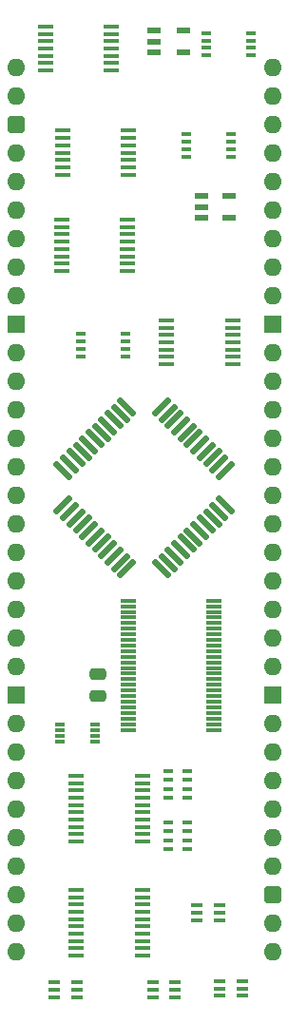
<source format=gbr>
%TF.GenerationSoftware,KiCad,Pcbnew,7.0.5*%
%TF.CreationDate,2023-12-15T11:17:01+02:00*%
%TF.ProjectId,W65C816 Breakout,57363543-3831-4362-9042-7265616b6f75,rev?*%
%TF.SameCoordinates,Original*%
%TF.FileFunction,Soldermask,Top*%
%TF.FilePolarity,Negative*%
%FSLAX46Y46*%
G04 Gerber Fmt 4.6, Leading zero omitted, Abs format (unit mm)*
G04 Created by KiCad (PCBNEW 7.0.5) date 2023-12-15 11:17:01*
%MOMM*%
%LPD*%
G01*
G04 APERTURE LIST*
G04 Aperture macros list*
%AMRoundRect*
0 Rectangle with rounded corners*
0 $1 Rounding radius*
0 $2 $3 $4 $5 $6 $7 $8 $9 X,Y pos of 4 corners*
0 Add a 4 corners polygon primitive as box body*
4,1,4,$2,$3,$4,$5,$6,$7,$8,$9,$2,$3,0*
0 Add four circle primitives for the rounded corners*
1,1,$1+$1,$2,$3*
1,1,$1+$1,$4,$5*
1,1,$1+$1,$6,$7*
1,1,$1+$1,$8,$9*
0 Add four rect primitives between the rounded corners*
20,1,$1+$1,$2,$3,$4,$5,0*
20,1,$1+$1,$4,$5,$6,$7,0*
20,1,$1+$1,$6,$7,$8,$9,0*
20,1,$1+$1,$8,$9,$2,$3,0*%
G04 Aperture macros list end*
%ADD10R,0.900000X0.450000*%
%ADD11R,1.150000X0.600000*%
%ADD12R,1.475000X0.450000*%
%ADD13R,0.950000X0.450000*%
%ADD14R,1.000000X0.450000*%
%ADD15R,1.250000X0.600000*%
%ADD16R,0.850000X0.300000*%
%ADD17R,1.425000X0.300000*%
%ADD18O,1.600000X1.600000*%
%ADD19RoundRect,0.400000X-0.400000X-0.400000X0.400000X-0.400000X0.400000X0.400000X-0.400000X0.400000X0*%
%ADD20R,1.600000X1.600000*%
%ADD21RoundRect,0.250000X0.475000X-0.250000X0.475000X0.250000X-0.475000X0.250000X-0.475000X-0.250000X0*%
%ADD22RoundRect,0.137500X-0.548008X0.742462X-0.742462X0.548008X0.548008X-0.742462X0.742462X-0.548008X0*%
%ADD23RoundRect,0.137500X0.548008X0.742462X-0.742462X-0.548008X-0.548008X-0.742462X0.742462X0.548008X0*%
%ADD24R,1.450000X0.450000*%
G04 APERTURE END LIST*
D10*
%TO.C,RN2*%
X99915002Y-133801000D03*
X99915002Y-134601000D03*
X99915002Y-135401000D03*
X99915002Y-136201000D03*
X101615002Y-136201000D03*
X101615002Y-135401000D03*
X101615002Y-134601000D03*
X101615002Y-133801000D03*
%TD*%
%TO.C,RN1*%
X99915002Y-138373000D03*
X99915002Y-139173000D03*
X99915002Y-139973000D03*
X99915002Y-140773000D03*
X101615002Y-140773000D03*
X101615002Y-139973000D03*
X101615002Y-139173000D03*
X101615002Y-138373000D03*
%TD*%
D11*
%TO.C,IC36*%
X98649000Y-67884000D03*
X98649000Y-68834000D03*
X98649000Y-69784000D03*
X101249000Y-69784000D03*
X101249000Y-67884000D03*
%TD*%
D12*
%TO.C,IC20*%
X91731002Y-144395000D03*
X91731002Y-145045000D03*
X91731002Y-145695000D03*
X91731002Y-146345000D03*
X91731002Y-146995000D03*
X91731002Y-147645000D03*
X91731002Y-148295000D03*
X91731002Y-148945000D03*
X91731002Y-149595000D03*
X91731002Y-150245000D03*
X97607002Y-150245000D03*
X97607002Y-149595000D03*
X97607002Y-148945000D03*
X97607002Y-148295000D03*
X97607002Y-147645000D03*
X97607002Y-146995000D03*
X97607002Y-146345000D03*
X97607002Y-145695000D03*
X97607002Y-145045000D03*
X97607002Y-144395000D03*
%TD*%
%TO.C,IC19*%
X90534000Y-76790000D03*
X90534000Y-77440000D03*
X90534000Y-78090000D03*
X90534000Y-78740000D03*
X90534000Y-79390000D03*
X90534000Y-80040000D03*
X90534000Y-80690000D03*
X96410000Y-80690000D03*
X96410000Y-80040000D03*
X96410000Y-79390000D03*
X96410000Y-78740000D03*
X96410000Y-78090000D03*
X96410000Y-77440000D03*
X96410000Y-76790000D03*
%TD*%
D13*
%TO.C,IC18*%
X103308000Y-68113000D03*
X103308000Y-68763000D03*
X103308000Y-69413000D03*
X103308000Y-70063000D03*
X107258000Y-70063000D03*
X107258000Y-69413000D03*
X107258000Y-68763000D03*
X107258000Y-68113000D03*
%TD*%
%TO.C,IC17*%
X101530000Y-77130000D03*
X101530000Y-77780000D03*
X101530000Y-78430000D03*
X101530000Y-79080000D03*
X105480000Y-79080000D03*
X105480000Y-78430000D03*
X105480000Y-77780000D03*
X105480000Y-77130000D03*
%TD*%
%TO.C,IC15*%
X92132000Y-94910000D03*
X92132000Y-95560000D03*
X92132000Y-96210000D03*
X92132000Y-96860000D03*
X96082000Y-96860000D03*
X96082000Y-96210000D03*
X96082000Y-95560000D03*
X96082000Y-94910000D03*
%TD*%
D14*
%TO.C,IC14*%
X104537000Y-152512000D03*
X104537000Y-153162000D03*
X104537000Y-153812000D03*
X106537000Y-153812000D03*
X106537000Y-153162000D03*
X106537000Y-152512000D03*
%TD*%
%TO.C,IC13*%
X98568000Y-152639000D03*
X98568000Y-153289000D03*
X98568000Y-153939000D03*
X100568000Y-153939000D03*
X100568000Y-153289000D03*
X100568000Y-152639000D03*
%TD*%
%TO.C,IC12*%
X89805000Y-152639000D03*
X89805000Y-153289000D03*
X89805000Y-153939000D03*
X91805000Y-153939000D03*
X91805000Y-153289000D03*
X91805000Y-152639000D03*
%TD*%
%TO.C,IC10*%
X102505000Y-145781000D03*
X102505000Y-146431000D03*
X102505000Y-147081000D03*
X104505000Y-147081000D03*
X104505000Y-146431000D03*
X104505000Y-145781000D03*
%TD*%
D12*
%TO.C,IC9*%
X99805000Y-93681000D03*
X99805000Y-94331000D03*
X99805000Y-94981000D03*
X99805000Y-95631000D03*
X99805000Y-96281000D03*
X99805000Y-96931000D03*
X99805000Y-97581000D03*
X105681000Y-97581000D03*
X105681000Y-96931000D03*
X105681000Y-96281000D03*
X105681000Y-95631000D03*
X105681000Y-94981000D03*
X105681000Y-94331000D03*
X105681000Y-93681000D03*
%TD*%
D15*
%TO.C,IC8*%
X102890000Y-82616000D03*
X102890000Y-83566000D03*
X102890000Y-84516000D03*
X105390000Y-84516000D03*
X105390000Y-82616000D03*
%TD*%
D12*
%TO.C,IC6*%
X89010000Y-67519000D03*
X89010000Y-68169000D03*
X89010000Y-68819000D03*
X89010000Y-69469000D03*
X89010000Y-70119000D03*
X89010000Y-70769000D03*
X89010000Y-71419000D03*
X94886000Y-71419000D03*
X94886000Y-70769000D03*
X94886000Y-70119000D03*
X94886000Y-69469000D03*
X94886000Y-68819000D03*
X94886000Y-68169000D03*
X94886000Y-67519000D03*
%TD*%
%TO.C,IC5*%
X91731002Y-134235000D03*
X91731002Y-134885000D03*
X91731002Y-135535000D03*
X91731002Y-136185000D03*
X91731002Y-136835000D03*
X91731002Y-137485000D03*
X91731002Y-138135000D03*
X91731002Y-138785000D03*
X91731002Y-139435000D03*
X91731002Y-140085000D03*
X97607002Y-140085000D03*
X97607002Y-139435000D03*
X97607002Y-138785000D03*
X97607002Y-138135000D03*
X97607002Y-137485000D03*
X97607002Y-136835000D03*
X97607002Y-136185000D03*
X97607002Y-135535000D03*
X97607002Y-134885000D03*
X97607002Y-134235000D03*
%TD*%
D16*
%TO.C,IC4*%
X90246000Y-129679000D03*
X90246000Y-130179000D03*
X90246000Y-130679000D03*
X90246000Y-131179000D03*
X93396000Y-131179000D03*
X93396000Y-130679000D03*
X93396000Y-130179000D03*
X93396000Y-129679000D03*
%TD*%
D17*
%TO.C,IC1*%
X96389000Y-118635000D03*
X96389000Y-119135000D03*
X96389000Y-119635000D03*
X96389000Y-120135000D03*
X96389000Y-120635000D03*
X96389000Y-121135000D03*
X96389000Y-121635000D03*
X96389000Y-122135000D03*
X96389000Y-122635000D03*
X96389000Y-123135000D03*
X96389000Y-123635000D03*
X96389000Y-124135000D03*
X96389000Y-124635000D03*
X96389000Y-125135000D03*
X96389000Y-125635000D03*
X96389000Y-126135000D03*
X96389000Y-126635000D03*
X96389000Y-127135000D03*
X96389000Y-127635000D03*
X96389000Y-128135000D03*
X96389000Y-128635000D03*
X96389000Y-129135000D03*
X96389000Y-129635000D03*
X96389000Y-130135000D03*
X104013000Y-130135000D03*
X104013000Y-129635000D03*
X104013000Y-129135000D03*
X104013000Y-128635000D03*
X104013000Y-128135000D03*
X104013000Y-127635000D03*
X104013000Y-127135000D03*
X104013000Y-126635000D03*
X104013000Y-126135000D03*
X104013000Y-125635000D03*
X104013000Y-125135000D03*
X104013000Y-124635000D03*
X104013000Y-124135000D03*
X104013000Y-123635000D03*
X104013000Y-123135000D03*
X104013000Y-122635000D03*
X104013000Y-122135000D03*
X104013000Y-121635000D03*
X104013000Y-121135000D03*
X104013000Y-120635000D03*
X104013000Y-120135000D03*
X104013000Y-119635000D03*
X104013000Y-119135000D03*
X104013000Y-118635000D03*
%TD*%
D18*
%TO.C,J7*%
X86360000Y-71120000D03*
X86360000Y-73660000D03*
D19*
X86360000Y-76200000D03*
D18*
X86360000Y-78740000D03*
X86360000Y-81280000D03*
X86360000Y-83820000D03*
X86360000Y-86360000D03*
X86360000Y-88900000D03*
X86360000Y-91440000D03*
D20*
X86360000Y-93980000D03*
D18*
X86360000Y-96520000D03*
X86360000Y-99060000D03*
X86360000Y-101600000D03*
X86360000Y-104140000D03*
X86360000Y-106680000D03*
X86360000Y-109220000D03*
X86360000Y-111760000D03*
X86360000Y-114300000D03*
X86360000Y-116840000D03*
X86360000Y-119380000D03*
X86360000Y-121920000D03*
X86360000Y-124460000D03*
D20*
X86360000Y-127000000D03*
D18*
X86360000Y-129540000D03*
X86360000Y-132080000D03*
X86360000Y-134620000D03*
X86360000Y-137160000D03*
X86360000Y-139700000D03*
X86360000Y-142240000D03*
X86360000Y-144780000D03*
X86360000Y-147320000D03*
X86360000Y-149860000D03*
X109220000Y-149860000D03*
X109220000Y-147320000D03*
D19*
X109220000Y-144780000D03*
D18*
X109220000Y-142240000D03*
X109220000Y-139700000D03*
X109220000Y-137160000D03*
X109220000Y-134620000D03*
X109220000Y-132080000D03*
X109220000Y-129540000D03*
D20*
X109220000Y-127000000D03*
D18*
X109220000Y-124460000D03*
X109220000Y-121920000D03*
X109220000Y-119380000D03*
X109220000Y-116840000D03*
X109220000Y-114300000D03*
X109220000Y-111760000D03*
X109220000Y-109220000D03*
X109220000Y-106680000D03*
X109220000Y-104140000D03*
X109220000Y-101600000D03*
X109220000Y-99060000D03*
X109220000Y-96520000D03*
D20*
X109220000Y-93980000D03*
D18*
X109220000Y-91440000D03*
X109220000Y-88900000D03*
X109220000Y-86360000D03*
X109220000Y-83820000D03*
X109220000Y-81280000D03*
X109220000Y-78740000D03*
X109220000Y-76200000D03*
X109220000Y-73660000D03*
X109220000Y-71120000D03*
%TD*%
D21*
%TO.C,C8*%
X93675200Y-127121200D03*
X93675200Y-125221200D03*
%TD*%
D22*
%TO.C,IC2*%
X102174062Y-112969062D03*
X102739747Y-112403377D03*
X103305433Y-111837691D03*
X103871118Y-111272006D03*
X104436804Y-110706320D03*
X105002489Y-110140635D03*
D23*
X105002489Y-107029365D03*
X104436804Y-106463680D03*
X103871118Y-105897994D03*
X103305433Y-105332309D03*
X102739747Y-104766623D03*
X102174062Y-104200938D03*
X101608377Y-103635253D03*
X101042691Y-103069567D03*
X100477006Y-102503882D03*
X99911320Y-101938196D03*
X99345635Y-101372511D03*
D22*
X96234365Y-101372511D03*
X95668680Y-101938196D03*
X95102994Y-102503882D03*
X94537309Y-103069567D03*
X93971623Y-103635253D03*
X93405938Y-104200938D03*
X92840253Y-104766623D03*
X92274567Y-105332309D03*
X91708882Y-105897994D03*
X91143196Y-106463680D03*
X90577511Y-107029365D03*
D23*
X90577511Y-110140635D03*
X91143196Y-110706320D03*
X91708882Y-111272006D03*
X92274567Y-111837691D03*
X92840253Y-112403377D03*
X93405938Y-112969062D03*
X93971623Y-113534747D03*
X94537309Y-114100433D03*
X95102994Y-114666118D03*
X95668680Y-115231804D03*
X96234365Y-115797489D03*
D22*
X99345635Y-115797489D03*
X99911320Y-115231804D03*
X100477006Y-114666118D03*
X101042691Y-114100433D03*
X101608377Y-113534747D03*
%TD*%
D24*
%TO.C,IC3*%
X90420000Y-84720000D03*
X90420000Y-85370000D03*
X90420000Y-86020000D03*
X90420000Y-86670000D03*
X90420000Y-87320000D03*
X90420000Y-87970000D03*
X90420000Y-88620000D03*
X90420000Y-89270000D03*
X96270000Y-89270000D03*
X96270000Y-88620000D03*
X96270000Y-87970000D03*
X96270000Y-87320000D03*
X96270000Y-86670000D03*
X96270000Y-86020000D03*
X96270000Y-85370000D03*
X96270000Y-84720000D03*
%TD*%
M02*

</source>
